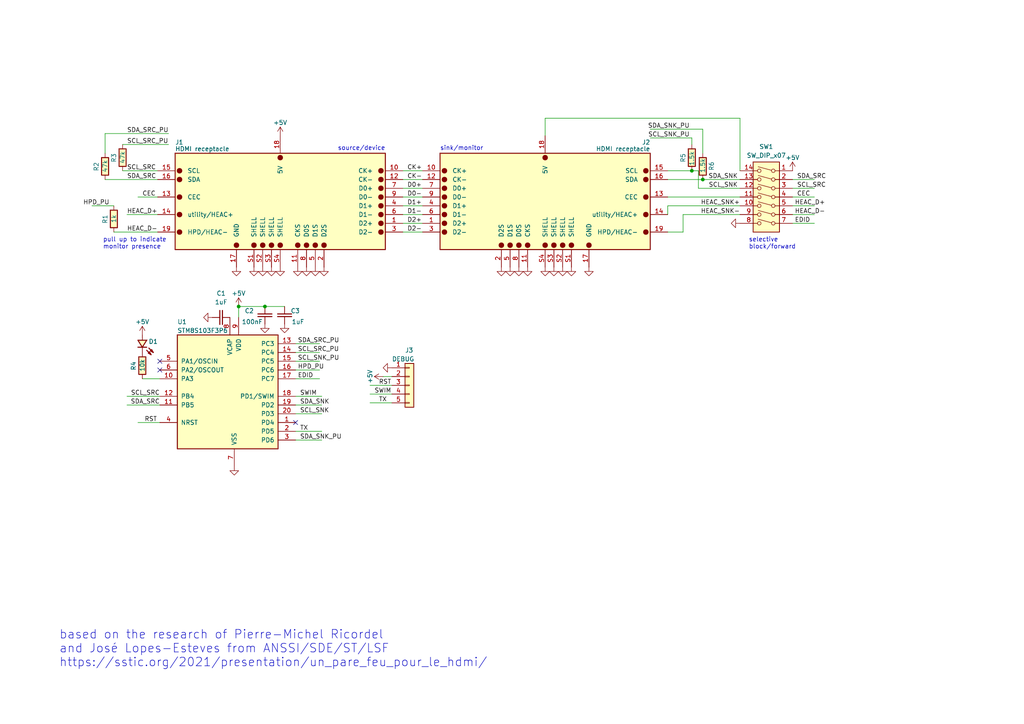
<source format=kicad_sch>
(kicad_sch (version 20211123) (generator eeschema)
  (paper "A4")
  (title_block (title "HDMI firewall") (date "$date$") (rev "$version$.$revision$") (company "CuVoodoo") (comment 1 "King Kévin") (comment 2 "CERN-OHL-S"))
  (lib_symbols
    (symbol "Connector_Generic:Conn_01x05" (pin_names (offset 1.016) hide)
      (property "Reference" "J" (at 0 7.62 0))
      (property "Value" "Conn_01x05" (at 0 -7.62 0))
      (symbol "Conn_01x05_1_1"
        (rectangle (start -1.27 -4.953) (end 0 -5.207) (stroke (width 0.1524)))
        (rectangle (start -1.27 -2.413) (end 0 -2.667) (stroke (width 0.1524)))
        (rectangle (start -1.27 0.127) (end 0 -0.127) (stroke (width 0.1524)))
        (rectangle (start -1.27 2.667) (end 0 2.413) (stroke (width 0.1524)))
        (rectangle (start -1.27 5.207) (end 0 4.953) (stroke (width 0.1524)))
        (rectangle (start -1.27 6.35) (end 1.27 -6.35) (stroke (width 0.254)) (fill (type background)))
        (pin passive line (at -5.08 5.08 0) (length 3.81) (name "Pin_1") (number "1"))
        (pin passive line (at -5.08 2.54 0) (length 3.81) (name "Pin_2") (number "2"))
        (pin passive line (at -5.08 0 0) (length 3.81) (name "Pin_3") (number "3"))
        (pin passive line (at -5.08 -2.54 0) (length 3.81) (name "Pin_4") (number "4"))
        (pin passive line (at -5.08 -5.08 0) (length 3.81) (name "Pin_5") (number "5"))
      )
    )
    (symbol "HDMI-001S_1" (pin_names (offset 3.556))
      (property "Reference" "J" (at 0 0.762 0))
      (property "Value" "HDMI-001S_1" (at 43.942 -28.702 0))
      (symbol "HDMI-001S_1_1_1"
        (rectangle (start 0 0) (end 60.96 -27.94) (stroke (width 0.3048)) (fill (type background)))
        (circle (center 1.27 -22.86) (radius 0.635) (stroke (width 0.3048)) (fill (type outline)))
        (circle (center 1.27 -17.78) (radius 0.635) (stroke (width 0.3048)) (fill (type outline)))
        (circle (center 1.27 -12.7) (radius 0.635) (stroke (width 0.3048)) (fill (type outline)))
        (circle (center 1.27 -7.62) (radius 0.635) (stroke (width 0.3048)) (fill (type outline)))
        (circle (center 1.27 -5.08) (radius 0.635) (stroke (width 0.3048)) (fill (type outline)))
        (circle (center 17.78 -26.67) (radius 0.635) (stroke (width 0.3048)) (fill (type outline)))
        (circle (center 22.86 -26.67) (radius 0.635) (stroke (width 0.3048)) (fill (type outline)))
        (circle (center 25.4 -26.67) (radius 0.635) (stroke (width 0.3048)) (fill (type outline)))
        (circle (center 27.94 -26.67) (radius 0.635) (stroke (width 0.3048)) (fill (type outline)))
        (circle (center 30.48 -26.67) (radius 0.635) (stroke (width 0.3048)) (fill (type outline)))
        (circle (center 30.48 -1.27) (radius 0.635) (stroke (width 0.3048)) (fill (type outline)))
        (circle (center 35.56 -26.67) (radius 0.635) (stroke (width 0.3048)) (fill (type outline)))
        (circle (center 38.1 -26.67) (radius 0.635) (stroke (width 0.3048)) (fill (type outline)))
        (circle (center 40.64 -26.67) (radius 0.635) (stroke (width 0.3048)) (fill (type outline)))
        (circle (center 43.18 -26.67) (radius 0.635) (stroke (width 0.3048)) (fill (type outline)))
        (circle (center 59.69 -22.86) (radius 0.635) (stroke (width 0.3048)) (fill (type outline)))
        (circle (center 59.69 -20.32) (radius 0.635) (stroke (width 0.3048)) (fill (type outline)))
        (circle (center 59.69 -17.78) (radius 0.635) (stroke (width 0.3048)) (fill (type outline)))
        (circle (center 59.69 -15.24) (radius 0.635) (stroke (width 0.3048)) (fill (type outline)))
        (circle (center 59.69 -12.7) (radius 0.635) (stroke (width 0.3048)) (fill (type outline)))
        (circle (center 59.69 -10.16) (radius 0.635) (stroke (width 0.3048)) (fill (type outline)))
        (circle (center 59.69 -7.62) (radius 0.635) (stroke (width 0.3048)) (fill (type outline)))
        (circle (center 59.69 -5.08) (radius 0.635) (stroke (width 0.3048)) (fill (type outline)))
        (pin passive line (at 66.04 -20.32 180) (length 5.08) (name "D2+") (number "1"))
        (pin passive line (at 66.04 -5.08 180) (length 5.08) (name "CK+") (number "10"))
        (pin passive line (at 35.56 -33.02 90) (length 5.08) (name "CKS") (number "11"))
        (pin passive line (at 66.04 -7.62 180) (length 5.08) (name "CK-") (number "12"))
        (pin passive line (at -5.08 -12.7 0) (length 5.08) (name "CEC") (number "13"))
        (pin passive line (at -5.08 -17.78 0) (length 5.08) (name "utility/HEAC+") (number "14"))
        (pin passive line (at -5.08 -5.08 0) (length 5.08) (name "SCL") (number "15"))
        (pin passive line (at -5.08 -7.62 0) (length 5.08) (name "SDA") (number "16"))
        (pin power_in line (at 17.78 -33.02 90) (length 5.08) (name "GND") (number "17"))
        (pin power_in line (at 30.48 5.08 270) (length 5.08) (name "5V") (number "18"))
        (pin passive line (at -5.08 -22.86 0) (length 5.08) (name "HPD/HEAC-") (number "19"))
        (pin passive line (at 43.18 -33.02 90) (length 5.08) (name "D2S") (number "2"))
        (pin passive line (at 66.04 -22.86 180) (length 5.08) (name "D2-") (number "3"))
        (pin passive line (at 66.04 -15.24 180) (length 5.08) (name "D1+") (number "4"))
        (pin passive line (at 40.64 -33.02 90) (length 5.08) (name "D1S") (number "5"))
        (pin passive line (at 66.04 -17.78 180) (length 5.08) (name "D1-") (number "6"))
        (pin passive line (at 66.04 -10.16 180) (length 5.08) (name "D0+") (number "7"))
        (pin passive line (at 38.1 -33.02 90) (length 5.08) (name "D0S") (number "8"))
        (pin passive line (at 66.04 -12.7 180) (length 5.08) (name "D0-") (number "9"))
        (pin passive line (at 22.86 -33.02 90) (length 5.08) (name "SHELL") (number "S1"))
        (pin passive line (at 25.4 -33.02 90) (length 5.08) (name "SHELL") (number "S2"))
        (pin passive line (at 27.94 -33.02 90) (length 5.08) (name "SHELL") (number "S3"))
        (pin passive line (at 30.48 -33.02 90) (length 5.08) (name "SHELL") (number "S4"))
      )
    )
    (symbol "Switch:SW_DIP_x07" (pin_names (offset 0) hide)
      (property "Reference" "SW" (at 0 13.97 0))
      (property "Value" "SW_DIP_x07" (at 0 -8.89 0))
      (symbol "SW_DIP_x07_0_0"
        (circle (center -2.032 -5.08) (radius 0.508))
        (circle (center -2.032 -2.54) (radius 0.508))
        (circle (center -2.032 0) (radius 0.508))
        (circle (center -2.032 2.54) (radius 0.508))
        (circle (center -2.032 5.08) (radius 0.508))
        (circle (center -2.032 7.62) (radius 0.508))
        (circle (center -2.032 10.16) (radius 0.508))
        (polyline (pts (xy -1.524 -4.9276) (xy 2.3622 -3.8862)))
        (polyline (pts (xy -1.524 -2.3876) (xy 2.3622 -1.3462)))
        (polyline (pts (xy -1.524 0.127) (xy 2.3622 1.1684)))
        (polyline (pts (xy -1.524 2.667) (xy 2.3622 3.7084)))
        (polyline (pts (xy -1.524 5.207) (xy 2.3622 6.2484)))
        (polyline (pts (xy -1.524 7.747) (xy 2.3622 8.7884)))
        (polyline (pts (xy -1.524 10.287) (xy 2.3622 11.3284)))
        (circle (center 2.032 -5.08) (radius 0.508))
        (circle (center 2.032 -2.54) (radius 0.508))
        (circle (center 2.032 0) (radius 0.508))
        (circle (center 2.032 2.54) (radius 0.508))
        (circle (center 2.032 5.08) (radius 0.508))
        (circle (center 2.032 7.62) (radius 0.508))
        (circle (center 2.032 10.16) (radius 0.508))
      )
      (symbol "SW_DIP_x07_0_1"
        (rectangle (start -3.81 12.7) (end 3.81 -7.62) (stroke (width 0.254)) (fill (type background)))
      )
      (symbol "SW_DIP_x07_1_1"
        (pin passive line (at -7.62 10.16 0) (length 5.08) (name "~") (number "1"))
        (pin passive line (at 7.62 0 180) (length 5.08) (name "~") (number "10"))
        (pin passive line (at 7.62 2.54 180) (length 5.08) (name "~") (number "11"))
        (pin passive line (at 7.62 5.08 180) (length 5.08) (name "~") (number "12"))
        (pin passive line (at 7.62 7.62 180) (length 5.08) (name "~") (number "13"))
        (pin passive line (at 7.62 10.16 180) (length 5.08) (name "~") (number "14"))
        (pin passive line (at -7.62 7.62 0) (length 5.08) (name "~") (number "2"))
        (pin passive line (at -7.62 5.08 0) (length 5.08) (name "~") (number "3"))
        (pin passive line (at -7.62 2.54 0) (length 5.08) (name "~") (number "4"))
        (pin passive line (at -7.62 0 0) (length 5.08) (name "~") (number "5"))
        (pin passive line (at -7.62 -2.54 0) (length 5.08) (name "~") (number "6"))
        (pin passive line (at -7.62 -5.08 0) (length 5.08) (name "~") (number "7"))
        (pin passive line (at 7.62 -5.08 180) (length 5.08) (name "~") (number "8"))
        (pin passive line (at 7.62 -2.54 180) (length 5.08) (name "~") (number "9"))
      )
    )
    (symbol "power:+5V" (power) (pin_names (offset 0))
      (property "Value" "+5V" (at 0 3.556 0))
      (symbol "+5V_0_1"
        (polyline (pts (xy -0.762 1.27) (xy 0 2.54)))
        (polyline (pts (xy 0 0) (xy 0 2.54)))
        (polyline (pts (xy 0 2.54) (xy 0.762 1.27)))
      )
      (symbol "+5V_1_1"
        (pin power_in line (at 0 0 90) (length 0) hide (name "+5V") (number "1"))
      )
    )
    (symbol "power:GND" (power) (pin_names (offset 0))
      (property "Value" "GND" (at 0 -3.81 0))
      (symbol "GND_0_1"
        (polyline (pts (xy 0 0) (xy 0 -1.27) (xy 1.27 -1.27) (xy 0 -2.54) (xy -1.27 -1.27) (xy 0 -1.27)))
      )
      (symbol "GND_1_1"
        (pin power_in line (at 0 0 270) (length 0) hide (name "GND") (number "1"))
      )
    )
    (symbol "qeda:C0603" (pin_numbers hide) (pin_names (offset 1.016) hide)
      (property "Reference" "C" (at 0 2.794 0))
      (property "Value" "C0603" (at 0 -2.794 0))
      (symbol "C0603_1_1"
        (polyline (pts (xy -0.381 2.032) (xy -0.381 -2.032)) (stroke (width 0.3048)))
        (polyline (pts (xy 0.381 2.032) (xy 0.381 -2.032)) (stroke (width 0.3048)))
        (pin passive line (at -2.54 0 0) (length 2.159) (name "L") (number "1"))
        (pin passive line (at 2.54 0 180) (length 2.159) (name "R") (number "2"))
      )
    )
    (symbol "qeda:HDMI-001S" (pin_names (offset 3.556))
      (property "Reference" "J" (at 0 0.762 0))
      (property "Value" "HDMI-001S" (at 43.942 -28.702 0))
      (symbol "HDMI-001S_1_1"
        (rectangle (start 0 0) (end 60.96 -27.94) (stroke (width 0.3048)) (fill (type background)))
        (circle (center 1.27 -22.86) (radius 0.635) (stroke (width 0.3048)) (fill (type outline)))
        (circle (center 1.27 -17.78) (radius 0.635) (stroke (width 0.3048)) (fill (type outline)))
        (circle (center 1.27 -12.7) (radius 0.635) (stroke (width 0.3048)) (fill (type outline)))
        (circle (center 1.27 -7.62) (radius 0.635) (stroke (width 0.3048)) (fill (type outline)))
        (circle (center 1.27 -5.08) (radius 0.635) (stroke (width 0.3048)) (fill (type outline)))
        (circle (center 17.78 -26.67) (radius 0.635) (stroke (width 0.3048)) (fill (type outline)))
        (circle (center 22.86 -26.67) (radius 0.635) (stroke (width 0.3048)) (fill (type outline)))
        (circle (center 25.4 -26.67) (radius 0.635) (stroke (width 0.3048)) (fill (type outline)))
        (circle (center 27.94 -26.67) (radius 0.635) (stroke (width 0.3048)) (fill (type outline)))
        (circle (center 30.48 -26.67) (radius 0.635) (stroke (width 0.3048)) (fill (type outline)))
        (circle (center 30.48 -1.27) (radius 0.635) (stroke (width 0.3048)) (fill (type outline)))
        (circle (center 35.56 -26.67) (radius 0.635) (stroke (width 0.3048)) (fill (type outline)))
        (circle (center 38.1 -26.67) (radius 0.635) (stroke (width 0.3048)) (fill (type outline)))
        (circle (center 40.64 -26.67) (radius 0.635) (stroke (width 0.3048)) (fill (type outline)))
        (circle (center 43.18 -26.67) (radius 0.635) (stroke (width 0.3048)) (fill (type outline)))
        (circle (center 59.69 -22.86) (radius 0.635) (stroke (width 0.3048)) (fill (type outline)))
        (circle (center 59.69 -20.32) (radius 0.635) (stroke (width 0.3048)) (fill (type outline)))
        (circle (center 59.69 -17.78) (radius 0.635) (stroke (width 0.3048)) (fill (type outline)))
        (circle (center 59.69 -15.24) (radius 0.635) (stroke (width 0.3048)) (fill (type outline)))
        (circle (center 59.69 -12.7) (radius 0.635) (stroke (width 0.3048)) (fill (type outline)))
        (circle (center 59.69 -10.16) (radius 0.635) (stroke (width 0.3048)) (fill (type outline)))
        (circle (center 59.69 -7.62) (radius 0.635) (stroke (width 0.3048)) (fill (type outline)))
        (circle (center 59.69 -5.08) (radius 0.635) (stroke (width 0.3048)) (fill (type outline)))
        (pin passive line (at 66.04 -20.32 180) (length 5.08) (name "D2+") (number "1"))
        (pin passive line (at 66.04 -5.08 180) (length 5.08) (name "CK+") (number "10"))
        (pin passive line (at 35.56 -33.02 90) (length 5.08) (name "CKS") (number "11"))
        (pin passive line (at 66.04 -7.62 180) (length 5.08) (name "CK-") (number "12"))
        (pin passive line (at -5.08 -12.7 0) (length 5.08) (name "CEC") (number "13"))
        (pin passive line (at -5.08 -17.78 0) (length 5.08) (name "utility/HEAC+") (number "14"))
        (pin passive line (at -5.08 -5.08 0) (length 5.08) (name "SCL") (number "15"))
        (pin passive line (at -5.08 -7.62 0) (length 5.08) (name "SDA") (number "16"))
        (pin power_in line (at 17.78 -33.02 90) (length 5.08) (name "GND") (number "17"))
        (pin power_in line (at 30.48 5.08 270) (length 5.08) (name "5V") (number "18"))
        (pin passive line (at -5.08 -22.86 0) (length 5.08) (name "HPD/HEAC-") (number "19"))
        (pin passive line (at 43.18 -33.02 90) (length 5.08) (name "D2S") (number "2"))
        (pin passive line (at 66.04 -22.86 180) (length 5.08) (name "D2-") (number "3"))
        (pin passive line (at 66.04 -15.24 180) (length 5.08) (name "D1+") (number "4"))
        (pin passive line (at 40.64 -33.02 90) (length 5.08) (name "D1S") (number "5"))
        (pin passive line (at 66.04 -17.78 180) (length 5.08) (name "D1-") (number "6"))
        (pin passive line (at 66.04 -10.16 180) (length 5.08) (name "D0+") (number "7"))
        (pin passive line (at 38.1 -33.02 90) (length 5.08) (name "D0S") (number "8"))
        (pin passive line (at 66.04 -12.7 180) (length 5.08) (name "D0-") (number "9"))
        (pin passive line (at 22.86 -33.02 90) (length 5.08) (name "SHELL") (number "S1"))
        (pin passive line (at 25.4 -33.02 90) (length 5.08) (name "SHELL") (number "S2"))
        (pin passive line (at 27.94 -33.02 90) (length 5.08) (name "SHELL") (number "S3"))
        (pin passive line (at 30.48 -33.02 90) (length 5.08) (name "SHELL") (number "S4"))
      )
    )
    (symbol "qeda:LED0805" (pin_numbers hide) (pin_names (offset 1.016) hide)
      (property "Reference" "D" (at 0 2.032 0))
      (property "Value" "LED0805" (at 0 -2.032 0))
      (symbol "LED0805_1_1"
        (polyline (pts (xy 1.016 1.27) (xy 1.016 -1.27)) (stroke (width 0.3048)))
        (polyline (pts (xy 1.27 1.905) (xy 2.54 3.175)) (stroke (width 0.3048)))
        (polyline (pts (xy 1.905 1.27) (xy 3.175 2.54)) (stroke (width 0.3048)))
        (polyline (pts (xy -1.016 1.27) (xy 1.016 0) (xy -1.016 -1.27) (xy -1.016 1.27)) (stroke (width 0.3048)) (fill (type background)))
        (polyline (pts (xy 1.7272 2.7178) (xy 2.54 3.175) (xy 2.0828 2.3622) (xy 1.7272 2.7178)) (stroke (width 0.3048)) (fill (type outline)))
        (polyline (pts (xy 2.3622 2.0828) (xy 3.175 2.54) (xy 2.7178 1.7272) (xy 2.3622 2.0828)) (stroke (width 0.3048)) (fill (type outline)))
        (pin passive line (at 2.54 0 180) (length 1.524) (name "C") (number "1"))
        (pin passive line (at -2.54 0 0) (length 1.524) (name "A") (number "2"))
      )
    )
    (symbol "qeda:R0603" (pin_numbers hide) (pin_names (offset 1.016) hide)
      (property "Reference" "R" (at 0 1.778 0))
      (property "Value" "R0603" (at 0 -1.778 0))
      (symbol "R0603_1_1"
        (rectangle (start -2.54 1.016) (end 2.54 -1.016) (stroke (width 0.3048)) (fill (type background)))
        (pin passive line (at -3.81 0 0) (length 1.27) (name "L") (number "1"))
        (pin passive line (at 3.81 0 180) (length 1.27) (name "R") (number "2"))
      )
    )
    (symbol "qeda:STM8S003F3" (pin_names (offset 1.016))
      (property "Reference" "U" (at 0 0.762 0))
      (property "Value" "STM8S003F3" (at 17.272 -33.782 0))
      (symbol "STM8S003F3_1_1"
        (rectangle (start 0 0) (end 29.21 -33.02) (stroke (width 0.3048)) (fill (type background)))
        (pin bidirectional line (at 34.29 -25.4 180) (length 5.08) (name "PD4") (number "1"))
        (pin bidirectional line (at -5.08 -12.7 0) (length 5.08) (name "PA3") (number "10"))
        (pin bidirectional line (at -5.08 -20.32 0) (length 5.08) (name "PB5") (number "11"))
        (pin bidirectional line (at -5.08 -17.78 0) (length 5.08) (name "PB4") (number "12"))
        (pin bidirectional line (at 34.29 -2.54 180) (length 5.08) (name "PC3") (number "13"))
        (pin bidirectional line (at 34.29 -5.08 180) (length 5.08) (name "PC4") (number "14"))
        (pin bidirectional line (at 34.29 -7.62 180) (length 5.08) (name "PC5") (number "15"))
        (pin bidirectional line (at 34.29 -10.16 180) (length 5.08) (name "PC6") (number "16"))
        (pin bidirectional line (at 34.29 -12.7 180) (length 5.08) (name "PC7") (number "17"))
        (pin bidirectional line (at 34.29 -17.78 180) (length 5.08) (name "PD1/SWIM") (number "18"))
        (pin bidirectional line (at 34.29 -20.32 180) (length 5.08) (name "PD2") (number "19"))
        (pin bidirectional line (at 34.29 -27.94 180) (length 5.08) (name "PD5") (number "2"))
        (pin bidirectional line (at 34.29 -22.86 180) (length 5.08) (name "PD3") (number "20"))
        (pin bidirectional line (at 34.29 -30.48 180) (length 5.08) (name "PD6") (number "3"))
        (pin input line (at -5.08 -25.4 0) (length 5.08) (name "NRST") (number "4"))
        (pin bidirectional line (at -5.08 -7.62 0) (length 5.08) (name "PA1/OSCIN") (number "5"))
        (pin bidirectional line (at -5.08 -10.16 0) (length 5.08) (name "PA2/OSCOUT") (number "6"))
        (pin power_in line (at 16.51 -38.1 90) (length 5.08) (name "VSS") (number "7"))
        (pin power_in line (at 15.24 5.08 270) (length 5.08) (name "VCAP") (number "8"))
        (pin power_in line (at 17.78 5.08 270) (length 5.08) (name "VDD") (number "9"))
      )
    )
  )
  (junction (at 203.835 52.07))
  (junction (at 200.66 49.53))
  (junction (at 69.215 88.9))
  (junction (at 76.835 88.9))
  (no_connect (at 85.725 122.555))
  (no_connect (at 46.355 104.775))
  (no_connect (at 46.355 107.315))
  (wire (pts (xy 85.725 114.935) (xy 93.345 114.935)))
  (wire (pts (xy 203.835 52.07) (xy 214.63 52.07)))
  (wire (pts (xy 214.63 49.53) (xy 214.63 34.29)))
  (wire (pts (xy 116.84 52.07) (xy 122.555 52.07)))
  (wire (pts (xy 188.595 37.465) (xy 203.835 37.465)))
  (wire (pts (xy 188.595 40.005) (xy 200.66 40.005)))
  (wire (pts (xy 40.005 57.15) (xy 45.72 57.15)))
  (wire (pts (xy 116.84 67.31) (xy 122.555 67.31)))
  (wire (pts (xy 200.66 41.91) (xy 200.66 40.005)))
  (wire (pts (xy 85.725 127.635) (xy 93.345 127.635)))
  (wire (pts (xy 30.48 52.07) (xy 45.72 52.07)))
  (wire (pts (xy 198.12 67.31) (xy 198.12 62.23)))
  (wire (pts (xy 85.725 107.315) (xy 92.71 107.315)))
  (wire (pts (xy 198.12 62.23) (xy 214.63 62.23)))
  (wire (pts (xy 35.56 41.91) (xy 48.895 41.91)))
  (wire (pts (xy 36.83 114.935) (xy 46.355 114.935)))
  (wire (pts (xy 229.87 64.77) (xy 236.22 64.77)))
  (wire (pts (xy 158.115 34.29) (xy 214.63 34.29)))
  (wire (pts (xy 229.87 52.07) (xy 236.22 52.07)))
  (wire (pts (xy 229.87 62.23) (xy 236.22 62.23)))
  (wire (pts (xy 85.725 109.855) (xy 92.71 109.855)))
  (wire (pts (xy 36.83 117.475) (xy 46.355 117.475)))
  (wire (pts (xy 111.125 109.22) (xy 113.665 109.22)))
  (wire (pts (xy 85.725 104.775) (xy 92.71 104.775)))
  (wire (pts (xy 116.84 64.77) (xy 122.555 64.77)))
  (wire (pts (xy 85.725 99.695) (xy 92.71 99.695)))
  (wire (pts (xy 193.675 59.69) (xy 214.63 59.69)))
  (wire (pts (xy 76.835 88.9) (xy 82.55 88.9)))
  (wire (pts (xy 107.315 114.3) (xy 113.665 114.3)))
  (wire (pts (xy 40.005 122.555) (xy 46.355 122.555)))
  (wire (pts (xy 116.84 62.23) (xy 122.555 62.23)))
  (wire (pts (xy 203.835 44.45) (xy 203.835 37.465)))
  (wire (pts (xy 30.48 44.45) (xy 30.48 38.735)))
  (wire (pts (xy 85.725 120.015) (xy 93.345 120.015)))
  (wire (pts (xy 193.675 52.07) (xy 203.835 52.07)))
  (wire (pts (xy 41.275 109.855) (xy 46.355 109.855)))
  (wire (pts (xy 200.66 49.53) (xy 202.565 49.53)))
  (wire (pts (xy 69.215 88.9) (xy 76.835 88.9)))
  (wire (pts (xy 107.315 116.84) (xy 113.665 116.84)))
  (wire (pts (xy 116.84 49.53) (xy 122.555 49.53)))
  (wire (pts (xy 193.675 49.53) (xy 200.66 49.53)))
  (wire (pts (xy 229.87 57.15) (xy 236.22 57.15)))
  (wire (pts (xy 116.84 54.61) (xy 122.555 54.61)))
  (wire (pts (xy 26.67 59.69) (xy 33.02 59.69)))
  (wire (pts (xy 193.675 67.31) (xy 198.12 67.31)))
  (wire (pts (xy 193.675 57.15) (xy 214.63 57.15)))
  (wire (pts (xy 116.84 57.15) (xy 122.555 57.15)))
  (wire (pts (xy 202.565 54.61) (xy 214.63 54.61)))
  (wire (pts (xy 36.83 62.23) (xy 45.72 62.23)))
  (wire (pts (xy 85.725 117.475) (xy 93.345 117.475)))
  (wire (pts (xy 30.48 38.735) (xy 48.895 38.735)))
  (wire (pts (xy 69.215 92.075) (xy 69.215 88.9)))
  (wire (pts (xy 116.84 59.69) (xy 122.555 59.69)))
  (wire (pts (xy 107.315 111.76) (xy 113.665 111.76)))
  (wire (pts (xy 85.725 125.095) (xy 93.345 125.095)))
  (wire (pts (xy 33.02 67.31) (xy 45.72 67.31)))
  (wire (pts (xy 35.56 49.53) (xy 45.72 49.53)))
  (wire (pts (xy 229.87 59.69) (xy 236.22 59.69)))
  (wire (pts (xy 229.87 54.61) (xy 236.22 54.61)))
  (wire (pts (xy 85.725 102.235) (xy 92.71 102.235)))
  (wire (pts (xy 158.115 34.29) (xy 158.115 39.37)))
  (wire (pts (xy 202.565 49.53) (xy 202.565 54.61)))
  (wire (pts (xy 193.675 59.69) (xy 193.675 62.23)))
  (text "pull up to indicate\nmonitor presence" (at 29.845 72.39 0) (effects (font (size 1.27 1.27)) (justify left bottom)))
  (text "sink/monitor" (at 127.635 43.815 0) (effects (font (size 1.27 1.27)) (justify left bottom)))
  (text "selective\nblock/forward" (at 217.17 72.39 0) (effects (font (size 1.27 1.27)) (justify left bottom)))
  (text "source/device" (at 111.76 43.815 180) (effects (font (size 1.27 1.27)) (justify right bottom)))
  (text "based on the research of Pierre-Michel Ricordel\nand José Lopes-Esteves from ANSSI/SDE/ST/LSF\nhttps://sstic.org/2021/presentation/un_pare_feu_pour_le_hdmi/" (at 17.145 193.675 0) (effects (font (size 2.5 2.5)) (justify left bottom)))
  (label "SCL_SNK" (at 86.995 120.015 0))
  (label "CK-" (at 118.11 52.07 0))
  (label "SCL_SNK_PU" (at 86.36 104.775 0))
  (label "SCL_SRC" (at 36.83 49.53 0))
  (label "SCL_SRC_PU" (at 86.36 102.235 0))
  (label "D2+" (at 118.11 64.77 0))
  (label "SWIM" (at 86.995 114.935 0))
  (label "CEC" (at 231.14 57.15 0))
  (label "SDA_SNK_PU" (at 86.995 127.635 0))
  (label "SCL_SNK" (at 213.995 54.61 180))
  (label "HEAC_D-" (at 36.83 67.31 0))
  (label "SDA_SRC" (at 46.355 117.475 180))
  (label "SDA_SRC" (at 231.14 52.07 0))
  (label "SWIM" (at 108.585 114.3 0))
  (label "CEC" (at 41.275 57.15 0))
  (label "HPD_PU" (at 31.75 59.69 180))
  (label "HEAC_D+" (at 36.83 62.23 0))
  (label "SDA_SRC_PU" (at 86.36 99.695 0))
  (label "HPD_PU" (at 86.36 107.315 0))
  (label "RST" (at 41.91 122.555 0))
  (label "RST" (at 109.855 111.76 0))
  (label "SDA_SNK_PU" (at 200.025 37.465 180))
  (label "D1-" (at 118.11 62.23 0))
  (label "SCL_SNK_PU" (at 200.025 40.005 180))
  (label "HEAC_SNK+" (at 214.63 59.69 180))
  (label "D2-" (at 118.11 67.31 0))
  (label "SDA_SNK" (at 213.995 52.07 180))
  (label "D1+" (at 118.11 59.69 0))
  (label "SDA_SRC" (at 36.83 52.07 0))
  (label "SDA_SNK" (at 86.995 117.475 0))
  (label "CK+" (at 118.11 49.53 0))
  (label "D0-" (at 118.11 57.15 0))
  (label "SDA_SRC_PU" (at 36.83 38.735 0))
  (label "EDID" (at 86.36 109.855 0))
  (label "TX" (at 109.855 116.84 0))
  (label "SCL_SRC_PU" (at 36.83 41.91 0))
  (label "SCL_SRC" (at 46.355 114.935 180))
  (label "D0+" (at 118.11 54.61 0))
  (label "TX" (at 86.995 125.095 0))
  (label "HEAC_D+" (at 230.505 59.69 0))
  (label "HEAC_SNK-" (at 214.63 62.23 180))
  (label "HEAC_D-" (at 230.505 62.23 0))
  (label "EDID" (at 230.505 64.77 0))
  (label "SCL_SRC" (at 231.14 54.61 0))
  (symbol (lib_id "power:GND") (at 67.945 135.255 0) (unit 1)
    (property "Reference" "#PWR0121" (effects hide))
    (property "Value" "GND" (effects hide))
  )
  (symbol (lib_id "power:GND") (at 150.495 77.47 0) (unit 1)
    (property "Reference" "#PWR0112" (effects hide))
    (property "Value" "GND" (effects hide))
  )
  (symbol (lib_id "power:GND") (at 76.835 93.98 0) (unit 1)
    (property "Reference" "#PWR0120" (effects hide))
    (property "Value" "GND" (effects hide))
  )
  (symbol (lib_id "power:GND") (at 113.665 106.68 270) (unit 1)
    (property "Reference" "#PWR0109" (effects hide))
    (property "Value" "GND" (effects hide))
  )
  (symbol (lib_id "qeda:R0603") (at 35.56 45.72 90) (unit 1)
    (property "Reference" "R3" (at 33.02 44.45 0) (effects (justify right)))
    (property "Value" "47k" (at 35.56 43.815 0) (effects (justify right)))
    (property "Footprint" "qeda:UC1608X55N" (effects hide))
    (property "LCSC" "C25819" (effects hide))
    (property "JLCPCB_CORRECTION" "0;0;90" (effects hide))
  )
  (symbol (lib_id "qeda:C0603") (at 82.55 91.44 270) (mirror x) (unit 1)
    (property "Reference" "C3" (at 86.995 90.17 90) (effects (justify right)))
    (property "Value" "1uF" (at 88.265 93.345 90) (effects (justify right)))
    (property "Footprint" "qeda:CAPC1608X92N" (effects hide))
    (property "LCSC" "C15849" (effects hide))
    (property "JLCPCB_CORRECTION" "0;0;-90" (effects hide))
  )
  (symbol (lib_id "power:+5V") (at 111.125 109.22 90) (unit 1)
    (property "Reference" "#PWR0108" (effects hide))
    (property "Value" "+5V" (at 107.315 109.22 0))
  )
  (symbol (lib_id "qeda:LED0805") (at 41.275 99.695 270) (unit 1)
    (property "Reference" "D1" (at 44.45 99.06 90))
    (property "Value" "LED0805" (effects hide))
    (property "Footprint" "qeda:LEDC2012X80N" (effects hide))
    (property "LCSC" "C84256" (effects hide))
    (property "JLCPCB_CORRECTION" "0;0;-90" (effects hide))
  )
  (symbol (lib_id "qeda:R0603") (at 203.835 48.26 270) (unit 1)
    (property "Reference" "R6" (at 206.375 49.53 0) (effects (justify right)))
    (property "Value" "1.5k" (at 203.835 50.165 0) (effects (justify right)))
    (property "Footprint" "qeda:UC1608X55N" (effects hide))
    (property "LCSC" "C22843" (effects hide))
    (property "JLCPCB_CORRECTION" "0;0;90" (effects hide))
  )
  (symbol (lib_id "power:GND") (at 163.195 77.47 0) (unit 1)
    (property "Reference" "#PWR0114" (effects hide))
    (property "Value" "GND" (effects hide))
  )
  (symbol (lib_id "power:GND") (at 93.98 77.47 0) (unit 1)
    (property "Reference" "#PWR0116" (effects hide))
    (property "Value" "GND" (effects hide))
  )
  (symbol (lib_name "HDMI-001S_1") (lib_id "qeda:HDMI-001S") (at 50.8 44.45 0) (unit 1)
    (property "Reference" "J1" (at 50.8 41.275 0) (effects (justify left)))
    (property "Value" "HDMI receptacle" (at 50.8 43.18 0) (effects (justify left)))
    (property "Footprint" "qeda:CONNECTOR_HDMI-001S" (effects hide))
    (property "Datasheet" "https://datasheet.lcsc.com/lcsc/2008152133_XUNPU-HDMI-001S_C720616.pdf" (effects hide))
    (property "LCSC" "C720616" (effects hide))
    (property "JLCPCB_CORRECTION" "0;1.1;0" (effects hide))
  )
  (symbol (lib_id "power:GND") (at 165.735 77.47 0) (unit 1)
    (property "Reference" "#PWR0115" (effects hide))
    (property "Value" "GND" (effects hide))
  )
  (symbol (lib_id "qeda:C0603") (at 64.135 92.075 0) (unit 1)
    (property "Reference" "C1" (at 64.135 85.09 0))
    (property "Value" "1uF" (at 64.135 87.63 0))
    (property "Footprint" "qeda:CAPC1608X92N" (effects hide))
    (property "LCSC" "C15849" (effects hide))
    (property "JLCPCB_CORRECTION" "0;0;-90" (effects hide))
  )
  (symbol (lib_id "power:GND") (at 61.595 92.075 270) (unit 1)
    (property "Reference" "#PWR0130" (effects hide))
    (property "Value" "GND" (effects hide))
  )
  (symbol (lib_id "power:GND") (at 88.9 77.47 0) (unit 1)
    (property "Reference" "#PWR0128" (effects hide))
    (property "Value" "GND" (effects hide))
  )
  (symbol (lib_id "power:GND") (at 76.2 77.47 0) (unit 1)
    (property "Reference" "#PWR0123" (effects hide))
    (property "Value" "GND" (effects hide))
  )
  (symbol (lib_id "power:GND") (at 170.815 77.47 0) (unit 1)
    (property "Reference" "#PWR0102" (effects hide))
    (property "Value" "GND" (effects hide))
  )
  (symbol (lib_id "power:GND") (at 68.58 77.47 0) (unit 1)
    (property "Reference" "#PWR0125" (effects hide))
    (property "Value" "GND" (effects hide))
  )
  (symbol (lib_id "qeda:R0603") (at 200.66 45.72 90) (unit 1)
    (property "Reference" "R5" (at 198.12 44.45 0) (effects (justify right)))
    (property "Value" "1.5k" (at 200.66 43.815 0) (effects (justify right)))
    (property "Footprint" "qeda:UC1608X55N" (effects hide))
    (property "LCSC" "C22843" (effects hide))
    (property "JLCPCB_CORRECTION" "0;0;90" (effects hide))
  )
  (symbol (lib_id "power:GND") (at 158.115 77.47 0) (unit 1)
    (property "Reference" "#PWR0104" (effects hide))
    (property "Value" "GND" (effects hide))
  )
  (symbol (lib_id "power:GND") (at 160.655 77.47 0) (unit 1)
    (property "Reference" "#PWR0103" (effects hide))
    (property "Value" "GND" (effects hide))
  )
  (symbol (lib_id "qeda:HDMI-001S") (at 188.595 44.45 0) (mirror y) (unit 1)
    (property "Reference" "J2" (at 188.595 41.275 0) (effects (justify left)))
    (property "Value" "HDMI receptacle" (at 188.595 43.18 0) (effects (justify left)))
    (property "Footprint" "qeda:CONNECTOR_HDMI-001S" (effects hide))
    (property "Datasheet" "https://datasheet.lcsc.com/lcsc/2008152133_XUNPU-HDMI-001S_C720616.pdf" (effects hide))
    (property "LCSC" "C720616" (effects hide))
    (property "JLCPCB_CORRECTION" "0;1.1;0" (effects hide))
  )
  (symbol (lib_id "qeda:STM8S003F3") (at 51.435 97.155 0) (unit 1)
    (property "Reference" "U1" (at 51.435 93.345 0) (effects (justify left)))
    (property "Value" "STM8S103F3P6" (at 51.435 95.885 0) (effects (justify left)))
    (property "Footprint" "qeda:SOP65P640X120-20N" (effects hide))
    (property "Datasheet" "https://www.st.com/resource/en/datasheet/stm8s003f3.pdf" (effects hide))
    (property "LCSC" "C52717" (effects hide))
    (property "JLCPCB_CORRECTION" "0;0;-90" (effects hide))
  )
  (symbol (lib_id "qeda:R0603") (at 33.02 63.5 90) (unit 1)
    (property "Reference" "R1" (at 30.48 62.23 0) (effects (justify right)))
    (property "Value" "1k" (at 33.02 62.23 0) (effects (justify right)))
    (property "Footprint" "qeda:UC1608X55N" (effects hide))
    (property "LCSC" "C21190" (effects hide))
    (property "JLCPCB_CORRECTION" "0;0;90" (effects hide))
  )
  (symbol (lib_id "power:GND") (at 153.035 77.47 0) (unit 1)
    (property "Reference" "#PWR0111" (effects hide))
    (property "Value" "GND" (effects hide))
  )
  (symbol (lib_id "power:GND") (at 147.955 77.47 0) (unit 1)
    (property "Reference" "#PWR0113" (effects hide))
    (property "Value" "GND" (effects hide))
  )
  (symbol (lib_id "power:GND") (at 91.44 77.47 0) (unit 1)
    (property "Reference" "#PWR0127" (effects hide))
    (property "Value" "GND" (effects hide))
  )
  (symbol (lib_id "power:+5V") (at 81.28 39.37 0) (unit 1)
    (property "Reference" "#PWR0106" (effects hide))
    (property "Value" "+5V" (at 81.28 35.56 0))
  )
  (symbol (lib_id "power:+5V") (at 69.215 88.9 0) (unit 1)
    (property "Reference" "#PWR0131" (effects hide))
    (property "Value" "+5V" (at 69.215 85.09 0))
  )
  (symbol (lib_id "power:GND") (at 73.66 77.47 0) (unit 1)
    (property "Reference" "#PWR0124" (effects hide))
    (property "Value" "GND" (effects hide))
  )
  (symbol (lib_id "Switch:SW_DIP_x07") (at 222.25 59.69 0) (mirror y) (unit 1)
    (property "Reference" "SW1" (at 222.25 42.545 0))
    (property "Value" "SW_DIP_x07" (at 222.25 45.085 0))
    (property "Footprint" "qeda:SOP254P976X355-14N" (effects hide))
    (property "LCSC" "C319033" (effects hide))
    (property "JLCPCB_CORRECTION" "0;0;-90" (effects hide))
  )
  (symbol (lib_id "qeda:C0603") (at 76.835 91.44 90) (unit 1)
    (property "Reference" "C2" (at 73.66 90.1699 90) (effects (justify left)))
    (property "Value" "100nF" (at 76.2 93.345 90) (effects (justify left)))
    (property "Footprint" "qeda:CAPC1608X92N" (effects hide))
    (property "LCSC" "C14663" (effects hide))
    (property "JLCPCB_CORRECTION" "0;0;-90" (effects hide))
  )
  (symbol (lib_id "Connector_Generic:Conn_01x05") (at 118.745 111.76 0) (unit 1) (in_bom no)
    (property "Reference" "J3" (at 117.475 101.6 0) (effects (justify left)))
    (property "Value" "DEBUG" (at 113.665 104.14 0) (effects (justify left)))
    (property "Footprint" "Connector_PinSocket_2.54mm:PinSocket_1x05_P2.54mm_Vertical" (effects hide))
    (property "LCSC" "DNP" (effects hide))
  )
  (symbol (lib_id "power:GND") (at 82.55 93.98 0) (unit 1)
    (property "Reference" "#PWR0119" (effects hide))
    (property "Value" "GND" (effects hide))
  )
  (symbol (lib_id "qeda:R0603") (at 41.275 106.045 90) (unit 1)
    (property "Reference" "R4" (at 38.735 104.775 0) (effects (justify right)))
    (property "Value" "10k" (at 41.275 104.14 0) (effects (justify right)))
    (property "Footprint" "qeda:UC1608X55N" (effects hide))
    (property "LCSC" "C25804" (effects hide))
    (property "JLCPCB_CORRECTION" "0;0;90" (effects hide))
  )
  (symbol (lib_id "power:+5V") (at 41.275 97.155 0) (unit 1)
    (property "Reference" "#PWR0132" (effects hide))
    (property "Value" "+5V" (at 41.275 93.345 0))
  )
  (symbol (lib_id "power:GND") (at 78.74 77.47 0) (unit 1)
    (property "Reference" "#PWR0122" (effects hide))
    (property "Value" "GND" (effects hide))
  )
  (symbol (lib_id "power:GND") (at 86.36 77.47 0) (unit 1)
    (property "Reference" "#PWR0129" (effects hide))
    (property "Value" "GND" (effects hide))
  )
  (symbol (lib_id "power:GND") (at 81.28 77.47 0) (unit 1)
    (property "Reference" "#PWR0126" (effects hide))
    (property "Value" "GND" (effects hide))
  )
  (symbol (lib_id "power:GND") (at 145.415 77.47 0) (unit 1)
    (property "Reference" "#PWR0110" (effects hide))
    (property "Value" "GND" (effects hide))
  )
  (symbol (lib_id "power:GND") (at 214.63 64.77 270) (unit 1)
    (property "Reference" "#PWR0101" (effects hide))
    (property "Value" "GND" (effects hide))
  )
  (symbol (lib_id "qeda:R0603") (at 30.48 48.26 90) (unit 1)
    (property "Reference" "R2" (at 27.94 46.99 0) (effects (justify right)))
    (property "Value" "47k" (at 30.48 46.355 0) (effects (justify right)))
    (property "Footprint" "qeda:UC1608X55N" (effects hide))
    (property "LCSC" "C25819" (effects hide))
    (property "JLCPCB_CORRECTION" "0;0;90" (effects hide))
  )
  (symbol (lib_id "power:+5V") (at 229.87 49.53 0) (unit 1)
    (property "Reference" "#PWR0105" (effects hide))
    (property "Value" "+5V" (at 229.87 45.72 0))
  )
)
</source>
